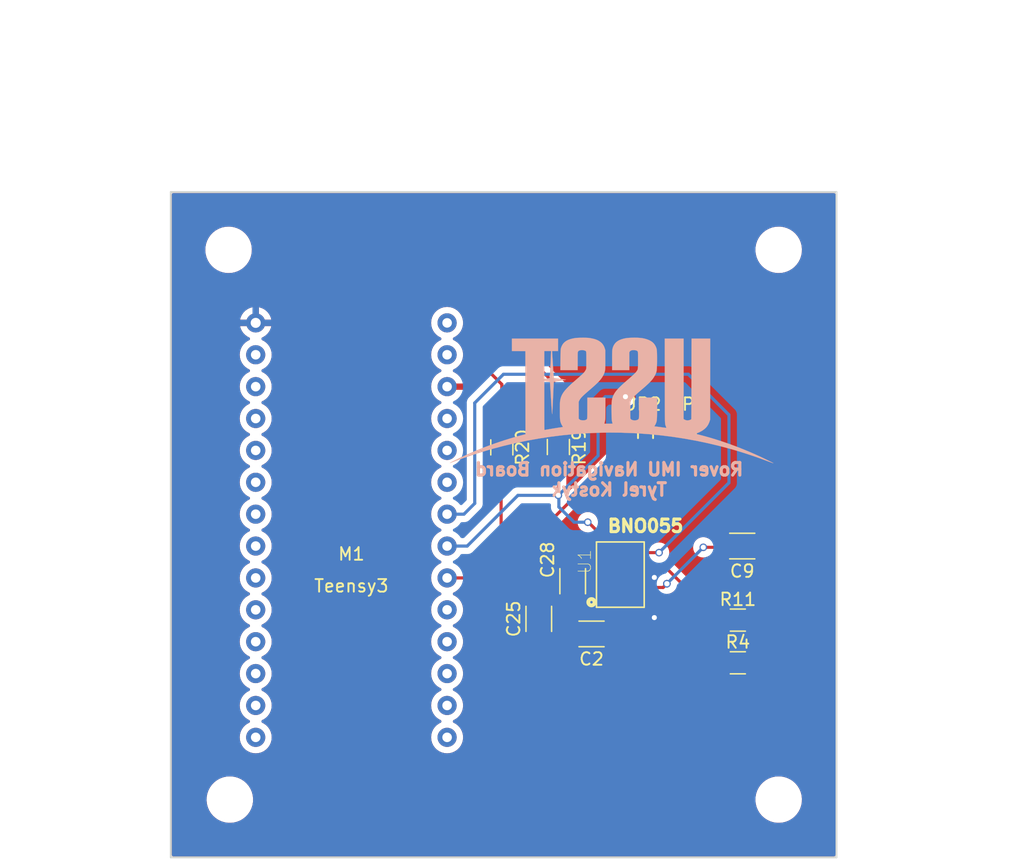
<source format=kicad_pcb>
(kicad_pcb (version 20221018) (generator pcbnew)
  (layers (0 "F.Cu" signal) (31 "B.Cu" signal) (34 "B.Paste" user) (35 "F.Paste" user) (36 "B.SilkS" user "B.Silkscreen") (37 "F.SilkS" user "F.Silkscreen") (38 "B.Mask" user) (39 "F.Mask" user) (44 "Edge.Cuts" user))
  (net 0 "")
  (net 1 "+3V3")
  (net 2 "GND")
  (net 3 "Net-(C9-Pad2)")
  (net 4 "/SCL")
  (net 5 "/SDA")
  (net 6 "/INT")
  (net 7 "Net-(R4-Pad1)")
  (net 8 "Net-(R11-Pad1)")
  (net 9 "Net-(JP1-Pad1)")
  (footprint "Capacitors_SMD:C_1206" (layer "F.Cu") (at 182.9 124.6)
    (fp_text reference "C2" (at 0 2) (layer "F.SilkS"))
    (fp_text value "100nF")
    (fp_line (start -1 1.02) (end 1 1.02) (stroke (width 0.12)) (layer "F.SilkS"))
    (fp_line (start 1 -1.02) (end -1 -1.02) (stroke (width 0.12)) (layer "F.SilkS"))
    (pad "1" smd rect (at -1.5 0) (size 1 1.6) (layers "F.Cu" "F.Paste" "F.Mask") (net 2 "GND"))
    (pad "2" smd rect (at 1.5 0) (size 1 1.6) (layers "F.Cu" "F.Paste" "F.Mask") (net 1 "+3V3"))
  )
  (footprint "Capacitors_SMD:C_1206" (layer "F.Cu") (at 194.9 117.6 180)
    (fp_text reference "C9" (at 0 -2 180) (layer "F.SilkS"))
    (fp_text value "100nF")
    (fp_line (start -1 1.02) (end 1 1.02) (stroke (width 0.12)) (layer "F.SilkS"))
    (fp_line (start 1 -1.02) (end -1 -1.02) (stroke (width 0.12)) (layer "F.SilkS"))
    (pad "1" smd rect (at -1.5 0 180) (size 1 1.6) (layers "F.Cu" "F.Paste" "F.Mask") (net 2 "GND"))
    (pad "2" smd rect (at 1.5 0 180) (size 1 1.6) (layers "F.Cu" "F.Paste" "F.Mask") (net 3 "Net-(C9-Pad2)"))
  )
  (footprint "Capacitors_SMD:C_1206" (layer "F.Cu") (at 178.7 123.4 -90)
    (fp_text reference "C25" (at 0 2 270) (layer "F.SilkS"))
    (fp_text value "6.8nF")
    (fp_line (start -1 1.02) (end 1 1.02) (stroke (width 0.12)) (layer "F.SilkS"))
    (fp_line (start 1 -1.02) (end -1 -1.02) (stroke (width 0.12)) (layer "F.SilkS"))
    (pad "1" smd rect (at -1.5 0 270) (size 1 1.6) (layers "F.Cu" "F.Paste" "F.Mask") (net 1 "+3V3"))
    (pad "2" smd rect (at 1.5 0 270) (size 1 1.6) (layers "F.Cu" "F.Paste" "F.Mask") (net 2 "GND"))
  )
  (footprint "Capacitors_SMD:C_1206" (layer "F.Cu") (at 181.4 120.4 90)
    (fp_text reference "C28" (at 1.7 -2 90) (layer "F.SilkS"))
    (fp_text value "120nF")
    (fp_line (start -1 1.02) (end 1 1.02) (stroke (width 0.12)) (layer "F.SilkS"))
    (fp_line (start 1 -1.02) (end -1 -1.02) (stroke (width 0.12)) (layer "F.SilkS"))
    (pad "1" smd rect (at -1.5 0 90) (size 1 1.6) (layers "F.Cu" "F.Paste" "F.Mask") (net 1 "+3V3"))
    (pad "2" smd rect (at 1.5 0 90) (size 1 1.6) (layers "F.Cu" "F.Paste" "F.Mask") (net 2 "GND"))
  )
  (footprint "Resistors_SMD:R_0805" (layer "F.Cu") (at 194.55 126.9)
    (fp_text reference "R4" (at 0 -1.65) (layer "F.SilkS"))
    (fp_text value "10k")
    (fp_line (start -0.6 -0.88) (end 0.6 -0.88) (stroke (width 0.12)) (layer "F.SilkS"))
    (fp_line (start 0.6 0.88) (end -0.6 0.88) (stroke (width 0.12)) (layer "F.SilkS"))
    (pad "1" smd rect (at -0.95 0) (size 0.7 1.3) (layers "F.Cu" "F.Paste" "F.Mask") (net 7 "Net-(R4-Pad1)"))
    (pad "2" smd rect (at 0.95 0) (size 0.7 1.3) (layers "F.Cu" "F.Paste" "F.Mask") (net 1 "+3V3"))
  )
  (footprint "Resistors_SMD:R_0805" (layer "F.Cu") (at 194.55 123.5)
    (fp_text reference "R11" (at 0 -1.65) (layer "F.SilkS"))
    (fp_text value "10k")
    (fp_line (start -0.6 -0.88) (end 0.6 -0.88) (stroke (width 0.12)) (layer "F.SilkS"))
    (fp_line (start 0.6 0.88) (end -0.6 0.88) (stroke (width 0.12)) (layer "F.SilkS"))
    (pad "1" smd rect (at -0.95 0) (size 0.7 1.3) (layers "F.Cu" "F.Paste" "F.Mask") (net 8 "Net-(R11-Pad1)"))
    (pad "2" smd rect (at 0.95 0) (size 0.7 1.3) (layers "F.Cu" "F.Paste" "F.Mask") (net 1 "+3V3"))
  )
  (footprint "Resistors_SMD:R_0805" (layer "F.Cu") (at 180.26079 109.709636 -90)
    (fp_text reference "R19" (at 0 -1.65 270) (layer "F.SilkS"))
    (fp_text value "3.3k")
    (fp_line (start -0.6 -0.88) (end 0.6 -0.88) (stroke (width 0.12)) (layer "F.SilkS"))
    (fp_line (start 0.6 0.88) (end -0.6 0.88) (stroke (width 0.12)) (layer "F.SilkS"))
    (pad "1" smd rect (at -0.95 0 270) (size 0.7 1.3) (layers "F.Cu" "F.Paste" "F.Mask") (net 1 "+3V3"))
    (pad "2" smd rect (at 0.95 0 270) (size 0.7 1.3) (layers "F.Cu" "F.Paste" "F.Mask") (net 4 "/SCL"))
  )
  (footprint "Resistors_SMD:R_0805" (layer "F.Cu") (at 175.7571 109.736752 -90)
    (fp_text reference "R20" (at 0 -1.65 270) (layer "F.SilkS"))
    (fp_text value "2.7k")
    (fp_line (start -0.6 -0.88) (end 0.6 -0.88) (stroke (width 0.12)) (layer "F.SilkS"))
    (fp_line (start 0.6 0.88) (end -0.6 0.88) (stroke (width 0.12)) (layer "F.SilkS"))
    (pad "1" smd rect (at -0.95 0 270) (size 0.7 1.3) (layers "F.Cu" "F.Paste" "F.Mask") (net 1 "+3V3"))
    (pad "2" smd rect (at 0.95 0 270) (size 0.7 1.3) (layers "F.Cu" "F.Paste" "F.Mask") (net 5 "/SDA"))
  )
  (footprint "BNO055:LGA28R50P4X10_380X520X100" (layer "F.Cu") (at 185.1935 119.874 90)
    (fp_text reference "U1" (at 1.04 -2.835 90) (layer "F.SilkS") (effects (font (thickness 0.05))))
    (fp_text value "BNO055" (at 3.874 2.0065 180) (layer "F.SilkS") (effects (font (thickness 0.25))))
    (fp_line (start -2.6 -1.9) (end -2.6 1.9) (stroke (width 0.127)) (layer "F.SilkS"))
    (fp_line (start -2.6 1.9) (end 2.6 1.9) (stroke (width 0.127)) (layer "F.SilkS"))
    (fp_line (start 2.6 -1.9) (end -2.6 -1.9) (stroke (width 0.127)) (layer "F.SilkS"))
    (fp_line (start 2.6 1.9) (end 2.6 -1.9) (stroke (width 0.127)) (layer "F.SilkS"))
    (fp_circle (center -2.2 -2.3) (end -2.1 -2.3) (stroke (width 0.3048)) (fill none) (layer "F.SilkS"))
    (pad "1" smd rect (at -2.25 -1.5625 270) (size 0.3 0.525) (layers "F.Cu" "F.Paste" "F.Mask"))
    (pad "2" smd rect (at -2.3125 -0.75) (size 0.3 0.425) (layers "F.Cu" "F.Paste" "F.Mask") (net 2 "GND"))
    (pad "3" smd rect (at -2.3125 -0.25) (size 0.3 0.425) (layers "F.Cu" "F.Paste" "F.Mask") (net 1 "+3V3"))
    (pad "4" smd rect (at -2.3125 0.25) (size 0.3 0.425) (layers "F.Cu" "F.Paste" "F.Mask") (net 7 "Net-(R4-Pad1)"))
    (pad "5" smd rect (at -2.3125 0.75) (size 0.3 0.425) (layers "F.Cu" "F.Paste" "F.Mask") (net 2 "GND"))
    (pad "6" smd rect (at -2.25 1.5625 270) (size 0.3 0.525) (layers "F.Cu" "F.Paste" "F.Mask") (net 2 "GND"))
    (pad "7" smd rect (at -1.75 1.5625 270) (size 0.3 0.525) (layers "F.Cu" "F.Paste" "F.Mask"))
    (pad "8" smd rect (at -1.25 1.5625 270) (size 0.3 0.525) (layers "F.Cu" "F.Paste" "F.Mask"))
    (pad "9" smd rect (at -0.75 1.5625 270) (size 0.3 0.525) (layers "F.Cu" "F.Paste" "F.Mask") (net 3 "Net-(C9-Pad2)"))
    (pad "10" smd rect (at -0.25 1.5625 270) (size 0.3 0.525) (layers "F.Cu" "F.Paste" "F.Mask") (net 2 "GND"))
    (pad "11" smd rect (at 0.25 1.5625 270) (size 0.3 0.525) (layers "F.Cu" "F.Paste" "F.Mask") (net 8 "Net-(R11-Pad1)"))
    (pad "12" smd rect (at 0.75 1.5625 270) (size 0.3 0.525) (layers "F.Cu" "F.Paste" "F.Mask"))
    (pad "13" smd rect (at 1.25 1.5625 270) (size 0.3 0.525) (layers "F.Cu" "F.Paste" "F.Mask"))
    (pad "14" smd rect (at 1.75 1.5625 270) (size 0.3 0.525) (layers "F.Cu" "F.Paste" "F.Mask") (net 6 "/INT"))
    (pad "15" smd rect (at 2.25 1.5625 270) (size 0.3 0.525) (layers "F.Cu" "F.Paste" "F.Mask") (net 2 "GND"))
    (pad "16" smd rect (at 2.3125 0.75) (size 0.3 0.425) (layers "F.Cu" "F.Paste" "F.Mask") (net 2 "GND"))
    (pad "17" smd rect (at 2.3125 0.25) (size 0.3 0.425) (layers "F.Cu" "F.Paste" "F.Mask") (net 9 "Net-(JP1-Pad1)"))
    (pad "18" smd rect (at 2.3125 -0.25) (size 0.3 0.425) (layers "F.Cu" "F.Paste" "F.Mask") (net 2 "GND"))
    (pad "19" smd rect (at 2.3125 -0.75) (size 0.3 0.425) (layers "F.Cu" "F.Paste" "F.Mask") (net 4 "/SCL"))
    (pad "20" smd rect (at 2.25 -1.5625 270) (size 0.3 0.525) (layers "F.Cu" "F.Paste" "F.Mask") (net 5 "/SDA"))
    (pad "21" smd rect (at 1.75 -1.5625 270) (size 0.3 0.525) (layers "F.Cu" "F.Paste" "F.Mask"))
    (pad "22" smd rect (at 1.25 -1.5625 270) (size 0.3 0.525) (layers "F.Cu" "F.Paste" "F.Mask"))
    (pad "23" smd rect (at 0.75 -1.5625 270) (size 0.3 0.525) (layers "F.Cu" "F.Paste" "F.Mask"))
    (pad "24" smd rect (at 0.25 -1.5625 270) (size 0.3 0.525) (layers "F.Cu" "F.Paste" "F.Mask"))
    (pad "25" smd rect (at -0.25 -1.5625 270) (size 0.3 0.525) (layers "F.Cu" "F.Paste" "F.Mask") (net 2 "GND"))
    (pad "26" smd rect (at -0.75 -1.5625 270) (size 0.3 0.525) (layers "F.Cu" "F.Paste" "F.Mask"))
    (pad "27" smd rect (at -1.25 -1.5625 270) (size 0.3 0.525) (layers "F.Cu" "F.Paste" "F.Mask"))
    (pad "28" smd rect (at -1.75 -1.5625 270) (size 0.3 0.525) (layers "F.Cu" "F.Paste" "F.Mask") (net 1 "+3V3"))
  )
  (footprint "Mounting_Holes:MountingHole_3.2mm_M3" (layer "F.Cu") (at 154.1 137.8)
    (fp_text reference "REF**" hide)
    (fp_text value "MountingHole_3.2mm_M3" hide)
    (pad "" np_thru_hole circle (at 0 0) (size 3.2 3.2) (drill 3.2) (layers "*.Cu" "*.Mask"))
  )
  (footprint "Mounting_Holes:MountingHole_3.2mm_M3" (layer "F.Cu") (at 197.8 94)
    (fp_text reference "REF**" hide)
    (fp_text value "MountingHole_3.2mm_M3" hide)
    (pad "" np_thru_hole circle (at 0 0) (size 3.2 3.2) (drill 3.2) (layers "*.Cu" "*.Mask"))
  )
  (footprint "Mounting_Holes:MountingHole_3.2mm_M3" (layer "F.Cu") (at 197.8 137.8)
    (fp_text reference "REF**" hide)
    (fp_text value "MountingHole_3.2mm_M3" hide)
    (pad "" np_thru_hole circle (at 0 0) (size 3.2 3.2) (drill 3.2) (layers "*.Cu" "*.Mask"))
  )
  (footprint "Mounting_Holes:MountingHole_3.2mm_M3" (layer "F.Cu") (at 154 94)
    (fp_text reference "REF**" hide)
    (fp_text value "MountingHole_3.2mm_M3" hide)
    (pad "" np_thru_hole circle (at 0 0) (size 3.2 3.2) (drill 3.2) (layers "*.Cu" "*.Mask"))
  )
  (footprint "USST-footprints:J_0603" (layer "F.Cu") (at 190.6 108.55 90)
    (fp_text reference "JP1" (at 2.25 0.1 180) (layer "F.SilkS"))
    (fp_text value "Jumper_NC_Small")
    (fp_line (start -0.35 -0.6) (end 0.35 -0.6) (stroke (width 0.15)) (layer "F.SilkS"))
    (fp_line (start 0.35 0.6) (end -0.35 0.6) (stroke (width 0.15)) (layer "F.SilkS"))
    (pad "1" smd rect (at -0.75 0 90) (size 0.8 0.75) (layers "F.Cu" "F.Paste" "F.Mask") (net 9 "Net-(JP1-Pad1)"))
    (pad "1" smd trapezoid (at -0.508 -0.18796 90) (size 0.7 0.376) (rect_delta 0 0.3) (layers "F.Cu" "F.Paste" "F.Mask") (net 9 "Net-(JP1-Pad1)"))
    (pad "1" smd trapezoid (at -0.508 0.18796 270) (size 0.7 0.376) (rect_delta 0 0.3) (layers "F.Cu" "F.Paste" "F.Mask") (net 9 "Net-(JP1-Pad1)"))
    (pad "2" smd trapezoid (at 0.5588 0 270) (size 0.6 0.75) (rect_delta 0 0.55) (layers "F.Cu" "F.Paste" "F.Mask") (net 4 "/SCL"))
    (pad "2" smd trapezoid (at 0.5588 0 90) (size 0.6 0.75) (rect_delta 0 0.55) (layers "F.Cu" "F.Paste" "F.Mask") (net 4 "/SCL"))
    (pad "2" smd rect (at 0.75 0 90) (size 0.8 0.75) (layers "F.Cu" "F.Paste" "F.Mask") (net 4 "/SCL"))
  )
  (footprint "USST-footprints:J_0603" (layer "F.Cu") (at 187.2 108.65 90)
    (fp_text reference "JP2" (at 2.35 -0.1 180) (layer "F.SilkS"))
    (fp_text value "Jumper_NO_Small")
    (fp_line (start -0.35 -0.6) (end 0.35 -0.6) (stroke (width 0.15)) (layer "F.SilkS"))
    (fp_line (start 0.35 0.6) (end -0.35 0.6) (stroke (width 0.15)) (layer "F.SilkS"))
    (pad "1" smd rect (at -0.75 0 90) (size 0.8 0.75) (layers "F.Cu" "F.Paste" "F.Mask") (net 9 "Net-(JP1-Pad1)"))
    (pad "1" smd trapezoid (at -0.508 -0.18796 90) (size 0.7 0.376) (rect_delta 0 0.3) (layers "F.Cu" "F.Paste" "F.Mask") (net 9 "Net-(JP1-Pad1)"))
    (pad "1" smd trapezoid (at -0.508 0.18796 270) (size 0.7 0.376) (rect_delta 0 0.3) (layers "F.Cu" "F.Paste" "F.Mask") (net 9 "Net-(JP1-Pad1)"))
    (pad "2" smd trapezoid (at 0.5588 0 270) (size 0.6 0.75) (rect_delta 0 0.55) (layers "F.Cu" "F.Paste" "F.Mask") (net 5 "/SDA"))
    (pad "2" smd trapezoid (at 0.5588 0 90) (size 0.6 0.75) (rect_delta 0 0.55) (layers "F.Cu" "F.Paste" "F.Mask") (net 5 "/SDA"))
    (pad "2" smd rect (at 0.75 0 90) (size 0.8 0.75) (layers "F.Cu" "F.Paste" "F.Mask") (net 5 "/SDA"))
  )
  (footprint "USST-footprints:Teensy_3.2_NoTail" (layer "F.Cu") (at 168.86 124.585 180)
    (fp_text reference "M1" (at 5.08 6.35 180) (layer "F.SilkS"))
    (fp_text value "Teensy3" (at 5.08 3.81 180) (layer "F.SilkS"))
    (pad "0" thru_hole oval (at 12.7 22.225 180) (size 1.524 1.524) (drill 0.762) (layers "*.Cu" "*.Mask"))
    (pad "1" thru_hole oval (at 12.7 19.685 180) (size 1.524 1.524) (drill 0.762) (layers "*.Cu" "*.Mask"))
    (pad "2" thru_hole oval (at 12.7 17.145 180) (size 1.524 1.524) (drill 0.762) (layers "*.Cu" "*.Mask"))
    (pad "3" thru_hole oval (at 12.7 14.605 180) (size 1.524 1.524) (drill 0.762) (layers "*.Cu" "*.Mask"))
    (pad "3v3" thru_hole oval (at -2.54 19.685 180) (size 1.524 1.524) (drill 0.762) (layers "*.Cu" "*.Mask") (net 1 "+3V3"))
    (pad "4" thru_hole oval (at 12.7 12.065 180) (size 1.524 1.524) (drill 0.762) (layers "*.Cu" "*.Mask"))
    (pad "5" thru_hole oval (at 12.7 9.525 180) (size 1.524 1.524) (drill 0.762) (layers "*.Cu" "*.Mask"))
    (pad "6" thru_hole oval (at 12.7 6.985 180) (size 1.524 1.524) (drill 0.762) (layers "*.Cu" "*.Mask"))
    (pad "7" thru_hole oval (at 12.7 4.445 180) (size 1.524 1.524) (drill 0.762) (layers "*.Cu" "*.Mask"))
    (pad "8" thru_hole oval (at 12.7 1.905 180) (size 1.524 1.524) (drill 0.762) (layers "*.Cu" "*.Mask"))
    (pad "9" thru_hole oval (at 12.7 -0.635 180) (size 1.524 1.524) (drill 0.762) (layers "*.Cu" "*.Mask"))
    (pad "10" thru_hole oval (at 12.7 -3.175 180) (size 1.524 1.524) (drill 0.762) (layers "*.Cu" "*.Mask"))
    (pad "11" thru_hole oval (at 12.7 -5.715 180) (size 1.524 1.524) (drill 0.762) (layers "*.Cu" "*.Mask"))
    (pad "12" thru_hole oval (at 12.7 -8.255 180) (size 1.524 1.524) (drill 0.762) (layers "*.Cu" "*.Mask"))
    (pad "13" thru_hole oval (at -2.54 -8.255 180) (size 1.524 1.524) (drill 0.762) (layers "*.Cu" "*.Mask"))
    (pad "14" thru_hole oval (at -2.54 -5.715 180) (size 1.524 1.524) (drill 0.762) (layers "*.Cu" "*.Mask"))
    (pad "15" thru_hole oval (at -2.54 -3.175 180) (size 1.524 1.524) (drill 0.762) (layers "*.Cu" "*.Mask"))
    (pad "16" thru_hole oval (at -2.54 -0.635 180) (size 1.524 1.524) (drill 0.762) (layers "*.Cu" "*.Mask"))
    (pad "17" thru_hole oval (at -2.54 1.905 180) (size 1.524 1.524) (drill 0.762) (layers "*.Cu" "*.Mask"))
    (pad "18" thru_hole oval (at -2.54 4.445 180) (size 1.524 1.524) (drill 0.762) (layers "*.Cu" "*.Mask") (net 5 "/SDA"))
    (pad "19" thru_hole oval (at -2.54 6.985 180) (size 1.524 1.524) (drill 0.762) (layers "*.Cu" "*.Mask") (net 4 "/SCL"))
    (pad "20" thru_hole oval (at -2.54 9.525 180) (size 1.524 1.524) (drill 0.762) (layers "*.Cu" "*.Mask") (net 6 "/INT"))
    (pad "21" thru_hole oval (at -2.54 12.065 180) (size 1.524 1.524) (drill 0.762) (layers "*.Cu" "*.Mask"))
    (pad "22" thru_hole oval (at -2.54 14.605 180) (size 1.524 1.524) (drill 0.762) (layers "*.Cu" "*.Mask"))
    (pad "23" thru_hole oval (at -2.54 17.145 180) (size 1.524 1.524) (drill 0.762) (layers "*.Cu" "*.Mask"))
    (pad "AGND" thru_hole oval (at -2.54 22.225 180) (size 1.524 1.524) (drill 0.762) (layers "*.Cu" "*.Mask"))
    (pad "GND" thru_hole oval (at 12.7 24.765 180) (size 1.524 1.524) (drill 0.8) (layers "*.Cu" "*.Mask") (net 2 "GND"))
    (pad "VIN" thru_hole oval (at -2.54 24.765 180) (size 1.524 1.524) (drill 0.762) (layers "*.Cu" "*.Mask"))
  )
  (footprint "USST-footprints:USSTLOGO" (layer "B.Cu") (at 184.5 106 180)
    (fp_text reference "G***" hide)
    (fp_text value "LOGO" hide)
    (fp_poly (pts (xy -1.680139 5.000082) (xy -1.530762 4.995802) (xy -1.401803 4.989459) (xy -1.288325 4.980504) (xy -1.185391 4.96839) (xy -1.088066 4.95257) (xy -0.991412 4.932497) (xy -0.923927 4.916233) (xy -0.745662 4.8619) (xy -0.588671 4.794124) (xy -0.452417 4.712482) (xy -0.336366 4.616548) (xy -0.239981 4.505899) (xy -0.162726 4.38011) (xy -0.118139 4.278581) (xy -0.102607 4.236102) (xy -0.089222 4.195901) (xy -0.077824 4.155776) (xy -0.068256 4.113524) (xy -0.060357 4.066946) (xy -0.053969 4.013839) (xy -0.048933 3.952003) (xy -0.045089 3.879235) (xy -0.042278 3.793335) (xy -0.040342 3.6921) (xy -0.039121 3.573331) (xy -0.038456 3.434824) (xy -0.038188 3.274379) (xy -0.038152 3.171825) (xy -0.0381 2.413) (xy -1.4097 2.413) (xy -1.4097 3.12151) (xy -1.409701 3.830019) (xy -1.438275 3.886685) (xy -1.478064 3.937873) (xy -1.538261 3.975871) (xy -1.617309 4.000241) (xy -1.713651 4.010549) (xy -1.825729 4.006356) (xy -1.854178 4.00322) (xy -1.933606 3.990026) (xy -1.992651 3.971368) (xy -2.036135 3.944932) (xy -2.068879 3.908406) (xy -2.07645 3.896603) (xy -2.082163 3.886298) (xy -2.086948 3.874503) (xy -2.090889 3.859014) (xy -2.094067 3.837628) (xy -2.096564 3.808143) (xy -2.098461 3.768356) (xy -2.099842 3.716064) (xy -2.100787 3.649064) (xy -2.101378 3.565154) (xy -2.101698 3.46213) (xy -2.101828 3.337789) (xy -2.10185 3.2131) (xy -2.101814 3.060709) (xy -2.101544 2.931381) (xy -2.100801 2.822783) (xy -2.099346 2.732577) (xy -2.096941 2.658429) (xy -2.093345 2.598003) (xy -2.088319 2.548963) (xy -2.081624 2.508973) (xy -2.07302 2.475698) (xy -2.06227 2.446803) (xy -2.049132 2.419951) (xy -2.033368 2.392807) (xy -2.014761 2.363071) (xy -1.992261 2.328751) (xy -1.968076 2.294919) (xy -1.940733 2.260155) (xy -1.908758 2.223041) (xy -1.870679 2.182155) (xy -1.825021 2.136078) (xy -1.770313 2.083391) (xy -1.70508 2.022672) (xy -1.627849 1.952504) (xy -1.537147 1.871466) (xy -1.431502 1.778137) (xy -1.309439 1.671099) (xy -1.17475 1.553521) (xy -1.003105 1.402148) (xy -0.8508 1.263913) (xy -0.716436 1.137289) (xy -0.598615 1.02075) (xy -0.495939 0.912768) (xy -0.407009 0.811816) (xy -0.330427 0.716367) (xy -0.264794 0.624893) (xy -0.208711 0.535869) (xy -0.160781 0.447767) (xy -0.159144 0.4445) (xy -0.124573 0.371576) (xy -0.094663 0.299295) (xy -0.069134 0.225341) (xy -0.047704 0.1474) (xy -0.030093 0.063158) (xy -0.016022 -0.029702) (xy -0.005209 -0.133493) (xy 0.002626 -0.250531) (xy 0.007763 -0.38313) (xy 0.010484 -0.533606) (xy 0.011067 -0.704273) (xy 0.009795 -0.897445) (xy 0.009268 -0.945462) (xy 0.007253 -1.095539) (xy 0.004849 -1.223028) (xy 0.001831 -1.330744) (xy -0.002024 -1.4215) (xy -0.006942 -1.498108) (xy -0.013147 -1.563381) (xy -0.020862 -1.620132) (xy -0.030313 -1.671175) (xy -0.041722 -1.719322) (xy -0.055316 -1.767385) (xy -0.056607 -1.77165) (xy -0.067595 -1.809378) (xy -0.074657 -1.836724) (xy -0.076063 -1.844675) (xy -0.063956 -1.847227) (xy -0.029778 -1.84952) (xy 0.023143 -1.85146) (xy 0.091478 -1.85295) (xy 0.1719 -1.853895) (xy 0.254855 -1.8542) (xy 0.355112 -1.854104) (xy 0.432752 -1.85369) (xy 0.490556 -1.852767) (xy 0.531309 -1.851144) (xy 0.557791 -1.84863) (xy 0.572786 -1.845034) (xy 0.579077 -1.840166) (xy 0.579444 -1.833834) (xy 0.578929 -1.831975) (xy 0.555048 -1.745744) (xy 0.533101 -1.648118) (xy 0.515797 -1.55205) (xy 0.507855 -1.49225) (xy 0.505703 -1.459237) (xy 0.503666 -1.403387) (xy 0.501778 -1.327262) (xy 0.500075 -1.233426) (xy 0.49859 -1.124441) (xy 0.497358 -1.002869) (xy 0.496414 -0.871274) (xy 0.495791 -0.732217) (xy 0.495525 -0.588263) (xy 0.49552 -0.574675) (xy 0.4953 0.2286) (xy 1.929867 0.2286) (xy 1.933308 -0.606425) (xy 1.933925 -0.77719) (xy 1.93443 -0.924411) (xy 1.935066 -1.04994) (xy 1.93608 -1.15563) (xy 1.937715 -1.243335) (xy 1.940216 -1.314907) (xy 1.943827 -1.372199) (xy 1.948795 -1.417065) (xy 1.955362 -1.451356) (xy 1.963774 -1.476926) (xy 1.974276 -1.495629) (xy 1.987112 -1.509316) (xy 2.002527 -1.519841) (xy 2.020766 -1.529056) (xy 2.042072 -1.538816) (xy 2.0574 -1.546187) (xy 2.090169 -1.561547) (xy 2.119606 -1.571624) (xy 2.152487 -1.577515) (xy 2.195589 -1.580317) (xy 2.255688 -1.581129) (xy 2.2733 -1.58115) (xy 2.364316 -1.578517) (xy 2.43542 -1.569634) (xy 2.491645 -1.553021) (xy 2.538028 -1.527201) (xy 2.578935 -1.491381) (xy 2.62255 -1.446377) (xy 2.62255 -0.10795) (xy 2.577034 -0.0127) (xy 2.551322 0.037263) (xy 2.521552 0.086982) (xy 2.486263 0.137955) (xy 2.443991 0.191676) (xy 2.393273 0.249643) (xy 2.332646 0.313352) (xy 2.260647 0.384298) (xy 2.175813 0.463978) (xy 2.076681 0.553888) (xy 1.961788 0.655524) (xy 1.829672 0.770382) (xy 1.714221 0.869686) (xy 1.539288 1.021341) (xy 1.384153 1.159558) (xy 1.247745 1.28538) (xy 1.128993 1.399848) (xy 1.026828 1.504007) (xy 0.940179 1.598898) (xy 0.867975 1.685564) (xy 0.8424 1.718826) (xy 0.766521 1.828231) (xy 0.695619 1.945865) (xy 0.633673 2.064415) (xy 0.584659 2.176566) (xy 0.567359 2.22457) (xy 0.554181 2.265641) (xy 0.542886 2.304862) (xy 0.533331 2.344502) (xy 0.525372 2.386832) (xy 0.518868 2.434122) (xy 0.513676 2.488644) (xy 0.509653 2.552666) (xy 0.506656 2.628461) (xy 0.504544 2.718297) (xy 0.503173 2.824446) (xy 0.502401 2.949177) (xy 0.502086 3.094762) (xy 0.502084 3.263471) (xy 0.502084 3.2639) (xy 0.502518 3.99415) (xy 0.536193 4.117643) (xy 0.59045 4.273402) (xy 0.664036 4.412911) (xy 0.757385 4.536701) (xy 0.870929 4.645299) (xy 1.005104 4.739236) (xy 1.0795 4.780581) (xy 1.172713 4.824758) (xy 1.270262 4.862935) (xy 1.376312 4.896271) (xy 1.495026 4.925925) (xy 1.630567 4.953056) (xy 1.787099 4.978823) (xy 1.79705 4.980321) (xy 1.858858 4.987024) (xy 1.941543 4.992198) (xy 2.04063 4.995872) (xy 2.151643 4.998069) (xy 2.270105 4.998817) (xy 2.391542 4.998142) (xy 2.511478 4.996069) (xy 2.625438 4.992625) (xy 2.728946 4.987836) (xy 2.817525 4.981727) (xy 2.886702 4.974325) (xy 2.88925 4.973967) (xy 3.097636 4.93713) (xy 3.283829 4.88884) (xy 3.448514 4.828679) (xy 3.592377 4.756228) (xy 3.716104 4.671065) (xy 3.82038 4.572773) (xy 3.90589 4.460931) (xy 3.973321 4.33512) (xy 3.987149 4.302151) (xy 4.002815 4.262527) (xy 4.016325 4.22653) (xy 4.027852 4.191997) (xy 4.037568 4.156764) (xy 4.045643 4.118665) (xy 4.05225 4.075537) (xy 4.05756 4.025215) (xy 4.061745 3.965535) (xy 4.064977 3.894333) (xy 4.067427 3.809445) (xy 4.069267 3.708707) (xy 4.070669 3.589953) (xy 4.071805 3.45102) (xy 4.072845 3.289744) (xy 4.073286 3.216276) (xy 4.078087 2.413001) (xy 3.391593 2.413001) (xy 2.7051 2.413) (xy 2.7051 3.120191) (xy 2.705075 3.272214) (xy 2.704951 3.400957) (xy 2.704657 3.508542) (xy 2.704117 3.597087) (xy 2.703259 3.668715) (xy 2.702009 3.725545) (xy 2.700295 3.769698) (xy 2.698043 3.803294) (xy 2.69518 3.828454) (xy 2.691633 3.847299) (xy 2.687328 3.861948) (xy 2.682193 3.874522) (xy 2.678798 3.881712) (xy 2.648698 3.928094) (xy 2.607303 3.961757) (xy 2.550137 3.985259) (xy 2.472723 4.00116) (xy 2.46887 4.001713) (xy 2.351425 4.010701) (xy 2.244602 4.003606) (xy 2.15261 3.980812) (xy 2.127639 3.970563) (xy 2.103199 3.959633) (xy 2.082494 3.949645) (xy 2.065217 3.938521) (xy 2.051058 3.924186) (xy 2.039707 3.904563) (xy 2.030857 3.877577) (xy 2.024197 3.841151) (xy 2.019418 3.79321) (xy 2.016211 3.731676) (xy 2.014267 3.654475) (xy 2.013277 3.559529) (xy 2.012932 3.444763) (xy 2.012922 3.308101) (xy 2.01295 3.2004) (xy 2.012967 3.054825) (xy 2.01308 2.932382) (xy 2.013378 2.830801) (xy 2.013953 2.747815) (xy 2.014894 2.681155) (xy 2.016293 2.628552) (xy 2.018239 2.587737) (xy 2.020823 2.556443) (xy 2.024135 2.532401) (xy 2.028267 2.513342) (xy 2.033308 2.496997) (xy 2.039348 2.481099) (xy 2.041883 2.474807) (xy 2.064006 2.4285) (xy 2.095261 2.37334) (xy 2.129239 2.320564) (xy 2.132394 2.316057) (xy 2.152658 2.287761) (xy 2.17275 2.260956) (xy 2.194046 2.234355) (xy 2.217926 2.206668) (xy 2.245769 2.176605) (xy 2.278953 2.142877) (xy 2.318857 2.104195) (xy 2.36686 2.05927) (xy 2.42434 2.006812) (xy 2.492677 1.945533) (xy 2.573248 1.874142) (xy 2.667432 1.79135) (xy 2.776609 1.695869) (xy 2.902156 1.586409) (xy 3.045453 1.461681) (xy 3.053644 1.454555) (xy 3.128331 1.3882) (xy 3.213803 1.310008) (xy 3.30319 1.226405) (xy 3.389625 1.143816) (xy 3.466238 1.068667) (xy 3.467702 1.067205) (xy 3.608431 0.920939) (xy 3.728201 0.783498) (xy 3.82864 0.652092) (xy 3.911376 0.52393) (xy 3.97804 0.396221) (xy 4.030259 0.266174) (xy 4.069663 0.130999) (xy 4.09788 -0.012096) (xy 4.097974 -0.0127) (xy 4.1033 -0.049645) (xy 4.107748 -0.088106) (xy 4.111397 -0.130679) (xy 4.114322 -0.17996) (xy 4.1166 -0.238544) (xy 4.118308 -0.309028) (xy 4.119521 -0.394005) (xy 4.120316 -0.496073) (xy 4.12077 -0.617827) (xy 4.120958 -0.761863) (xy 4.120971 -0.79375) (xy 4.120825 -0.9579) (xy 4.120179 -1.099079) (xy 4.118869 -1.219711) (xy 4.116732 -1.322223) (xy 4.113605 -1.409041) (xy 4.109325 -1.482589) (xy 4.103728 -1.545295) (xy 4.096651 -1.599583) (xy 4.087931 -1.64788) (xy 4.077404 -1.692611) (xy 4.064908 -1.736202) (xy 4.055578 -1.7653) (xy 4.005704 -1.887959) (xy 3.936016 -2.012596) (xy 3.908183 -2.055117) (xy 3.888122 -2.0865) (xy 3.876605 -2.107988) (xy 3.87545 -2.113537) (xy 3.888735 -2.116239) (xy 3.923613 -2.121889) (xy 3.976519 -2.12995) (xy 4.043889 -2.139885) (xy 4.122155 -2.151156) (xy 4.17195 -2.158209) (xy 4.260159 -2.171103) (xy 4.367244 -2.187525) (xy 4.487084 -2.206492) (xy 4.613558 -2.227017) (xy 4.740545 -2.248117) (xy 4.861925 -2.268806) (xy 4.894204 -2.274414) (xy 4.996049 -2.292105) (xy 5.0903 -2.308312) (xy 5.173944 -2.322529) (xy 5.24397 -2.334251) (xy 5.297364 -2.342973) (xy 5.331115 -2.348189) (xy 5.341879 -2.3495) (xy 5.344261 -2.346482) (xy 5.346425 -2.336689) (xy 5.348379 -2.319015) (xy 5.350135 -2.29235) (xy 5.351701 -2.255588) (xy 5.353088 -2.20762) (xy 5.354306 -2.147339) (xy 5.355365 -2.073637) (xy 5.356275 -1.985407) (xy 5.357045 -1.88154) (xy 5.357686 -1.760929) (xy 5.358209 -1.622466) (xy 5.358622 -1.465043) (xy 5.358935 -1.287553) (xy 5.35916 -1.088888) (xy 5.359305 -0.867939) (xy 5.359382 -0.623601) (xy 5.3594 -0.406717) (xy 5.359399 1.536065) (xy 5.324475 1.530445) (xy 5.299623 1.52702) (xy 5.255079 1.521429) (xy 5.196392 1.514349) (xy 5.12911 1.506456) (xy 5.102429 1.503383) (xy 4.915308 1.481941) (xy 4.909019 1.442646) (xy 4.907203 1.423512) (xy 4.904033 1.381215) (xy 4.89965 1.317946) (xy 4.894195 1.235897) (xy 4.887809 1.137261) (xy 4.880633 1.024231) (xy 4.872809 0.898997) (xy 4.864477 0.763752) (xy 4.85578 0.620689) (xy 4.851289 0.5461) (xy 4.835713 0.288127) (xy 4.821423 0.054844) (xy 4.808372 -0.154423) (xy 4.796512 -0.34035) (xy 4.785796 -0.50361) (xy 4.776176 -0.64488) (xy 4.767604 -0.764833) (xy 4.760033 -0.864144) (xy 4.753416 -0.943489) (xy 4.747706 -1.003541) (xy 4.742854 -1.044975) (xy 4.738813 -1.068467) (xy 4.737345 -1.07315) (xy 4.73042 -1.083514) (xy 4.726646 -1.073182) (xy 4.725136 -1.0414) (xy 4.724043 -1.009102) (xy 4.721669 -0.957288) (xy 4.718306 -0.891791) (xy 4.71425 -0.818446) (xy 4.711701 -0.7747) (xy 4.708495 -0.71727) (xy 4.704224 -0.635005) (xy 4.698912 -0.528448) (xy 4.692586 -0.39814) (xy 4.68527 -0.244623) (xy 4.67699 -0.068439) (xy 4.667771 0.129871) (xy 4.657638 0.349763) (xy 4.646618 0.590698) (xy 4.634735 0.852131) (xy 4.622015 1.133523) (xy 4.614683 1.296333) (xy 4.606358 1.481416) (xy 4.122454 1.561894) (xy 4.014623 1.579993) (xy 3.91466 1.597089) (xy 3.825339 1.612685) (xy 3.749432 1.626282) (xy 3.68971 1.637382) (xy 3.648948 1.645488) (xy 3.629917 1.6501) (xy 3.628955 1.650566) (xy 3.638098 1.654511) (xy 3.669883 1.660909) (xy 3.721709 1.669405) (xy 3.790975 1.679647) (xy 3.875077 1.69128) (xy 3.971415 1.703951) (xy 4.077386 1.717307) (xy 4.190388 1.730995) (xy 4.307821 1.74466) (xy 4.386395 1.753484) (xy 4.457313 1.761607) (xy 4.518998 1.769199) (xy 4.567202 1.775695) (xy 4.59768 1.780529) (xy 4.606404 1.782772) (xy 4.608232 1.79617) (xy 4.611348 1.832478) (xy 4.615589 1.889244) (xy 4.620787 1.964019) (xy 4.626779 2.054353) (xy 4.633397 2.157796) (xy 4.640477 2.271899) (xy 4.647853 2.394212) (xy 4.648892 2.411717) (xy 4.657341 2.553741) (xy 4.666313 2.703426) (xy 4.675499 2.855721) (xy 4.684593 3.005572) (xy 4.693287 3.147926) (xy 4.701275 3.277732) (xy 4.70825 3.389937) (xy 4.711458 3.440975) (xy 4.717758 3.542085) (xy 4.723497 3.636847) (xy 4.728477 3.721803) (xy 4.732503 3.793495) (xy 4.735377 3.848464) (xy 4.736903 3.883253) (xy 4.7371 3.891926) (xy 4.7371 3.937) (xy 4.822069 3.937) (xy 4.830366 3.711575) (xy 4.834288 3.608499) (xy 4.838996 3.490635) (xy 4.844358 3.360853) (xy 4.850244 3.22202) (xy 4.856523 3.077004) (xy 4.863063 2.928675) (xy 4.869735 2.779899) (xy 4.876407 2.633546) (xy 4.88295 2.492484) (xy 4.889231 2.35958) (xy 4.89512 2.237704) (xy 4.900487 2.129722) (xy 4.9052 2.038504) (xy 4.909129 1.966918) (xy 4.912144 1.917832) (xy 4.912153 1.9177) (xy 4.92125 1.78435) (xy 5.11175 1.750755) (xy 5.180426 1.738881) (xy 5.242051 1.728666) (xy 5.291437 1.720937) (xy 5.323399 1.716521) (xy 5.330825 1.71583) (xy 5.3594 1.7145) (xy 5.3594 3.937) (xy 4.822069 3.937) (xy 4.7371 3.937) (xy 4.2672 3.937) (xy 4.2672 4.9276) (xy 7.9375 4.9276) (xy 7.9375 3.937276) (xy 6.86435 3.93065) (xy 6.857952 -2.691408) (xy 6.905601 -2.703879) (xy 6.940431 -2.712859) (xy 6.990526 -2.725608) (xy 7.046507 -2.739743) (xy 7.0612 -2.743433) (xy 7.401891 -2.832528) (xy 7.760247 -2.933077) (xy 8.132022 -3.043683) (xy 8.51297 -3.162948) (xy 8.898847 -3.289478) (xy 9.285406 -3.421874) (xy 9.668403 -3.558741) (xy 10.043593 -3.698681) (xy 10.40673 -3.840297) (xy 10.460211 -3.861724) (xy 10.670554 -3.947577) (xy 10.889766 -4.039433) (xy 11.114547 -4.13579) (xy 11.341595 -4.235148) (xy 11.567612 -4.336007) (xy 11.789296 -4.436868) (xy 12.003346 -4.536229) (xy 12.206463 -4.632591) (xy 12.395346 -4.724453) (xy 12.566694 -4.810316) (xy 12.703294 -4.881279) (xy 12.769659 -4.917237) (xy 12.821403 -4.946788) (xy 12.857021 -4.968905) (xy 12.875012 -4.982561) (xy 12.873873 -4.986729) (xy 12.852101 -4.980382) (xy 12.8436 -4.977165) (xy 12.509475 -4.849747) (xy 12.157445 -4.720115) (xy 11.792345 -4.589884) (xy 11.41901 -4.460669) (xy 11.042276 -4.334085) (xy 10.666976 -4.211746) (xy 10.297946 -4.095268) (xy 9.940021 -3.986264) (xy 9.598035 -3.886351) (xy 9.465951 -3.849059) (xy 8.55639 -3.608197) (xy 7.641365 -3.392089) (xy 6.721292 -3.20078) (xy 5.796583 -3.034314) (xy 4.867652 -2.892734) (xy 3.934913 -2.776084) (xy 2.99878 -2.684408) (xy 2.059666 -2.617749) (xy 1.117984 -2.576153) (xy 0.174149 -2.559661) (xy -0.771426 -2.568319) (xy -1.718328 -2.602171) (xy -2.10185 -2.623043) (xy -3.032834 -2.691226) (xy -3.961916 -2.784228) (xy -4.888026 -2.901865) (xy -5.810095 -3.043956) (xy -6.727055 -3.210316) (xy -7.637835 -3.400763) (xy -8.541368 -3.615114) (xy -9.436583 -3.853184) (xy -9.667965 -3.91898) (xy -9.970154 -4.007962) (xy -10.285233 -4.104288) (xy -10.607892 -4.206203) (xy -10.932822 -4.311952) (xy -11.254714 -4.419777) (xy -11.568259 -4.527924) (xy -11.868146 -4.634636) (xy -12.149068 -4.738157) (xy -12.1793 -4.749545) (xy -12.315434 -4.800682) (xy -12.440868 -4.84728) (xy -12.553898 -4.888735) (xy -12.652817 -4.92444) (xy -12.735921 -4.953791) (xy -12.801505 -4.976183) (xy -12.847864 -4.991011) (xy -12.873293 -4.99767) (xy -12.8778 -4.997426) (xy -12.866657 -4.988384) (xy -12.834676 -4.96966) (xy -12.784034 -4.942319) (xy -12.716908 -4.907428) (xy -12.635473 -4.866054) (xy -12.541905 -4.819265) (xy -12.438381 -4.768126) (xy -12.327076 -4.713704) (xy -12.210167 -4.657066) (xy -12.08983 -4.59928) (xy -11.968241 -4.54141) (xy -11.847576 -4.484526) (xy -11.73001 -4.429692) (xy -11.617721 -4.377976) (xy -11.56748 -4.355092) (xy -11.036945 -4.121179) (xy -10.496583 -3.896109) (xy -9.950016 -3.681162) (xy -9.400866 -3.477619) (xy -8.852753 -3.28676) (xy -8.3093 -3.109866) (xy -7.774128 -2.948217) (xy -7.250858 -2.803092) (xy -6.981825 -2.733873) (xy -6.900345 -2.713157) (xy -6.827763 -2.69405) (xy -6.767493 -2.677505) (xy -6.722948 -2.664474) (xy -6.697543 -2.655911) (xy -6.6929 -2.653257) (xy -6.70401 -2.645503) (xy -6.733577 -2.632196) (xy -6.775954 -2.6158) (xy -6.791325 -2.610294) (xy -6.888929 -2.572224) (xy -6.994879 -2.524557) (xy -7.099904 -2.471836) (xy -7.194731 -2.418608) (xy -7.239 -2.39088) (xy -7.386835 -2.282701) (xy -7.512003 -2.166601) (xy -7.616762 -2.039555) (xy -7.70337 -1.89854) (xy -7.774083 -1.740532) (xy -7.815019 -1.61925) (xy -7.841666 -1.53035) (xy -7.845302 1.698626) (xy -7.848938 4.927601) (xy -7.105819 4.927601) (xy -6.3627 4.9276) (xy -6.360715 4.181475) (xy -6.360501 4.090083) (xy -6.360281 3.975065) (xy -6.360055 3.838192) (xy -6.359827 3.68124) (xy -6.359597 3.505981) (xy -6.359368 3.314188) (xy -6.359141 3.107636) (xy -6.358918 2.888096) (xy -6.358701 2.657343) (xy -6.358491 2.41715) (xy -6.358291 2.16929) (xy -6.358102 1.915536) (xy -6.357925 1.657662) (xy -6.357763 1.397441) (xy -6.357617 1.136646) (xy -6.35754 0.98425) (xy -6.357367 0.736386) (xy -6.357095 0.495197) (xy -6.356729 0.261923) (xy -6.356276 0.037801) (xy -6.355742 -0.175931) (xy -6.355131 -0.378036) (xy -6.35445 -0.567276) (xy -6.353705 -0.742412) (xy -6.352901 -0.902207) (xy -6.352045 -1.045423) (xy -6.351142 -1.170822) (xy -6.350197 -1.277167) (xy -6.349217 -1.363219) (xy -6.348207 -1.427742) (xy -6.347174 -1.469496) (xy -6.346122 -1.487244) (xy -6.345988 -1.487716) (xy -6.329632 -1.503354) (xy -6.296949 -1.523926) (xy -6.257088 -1.543995) (xy -6.16259 -1.574935) (xy -6.062372 -1.587197) (xy -5.962431 -1.581199) (xy -5.868766 -1.557359) (xy -5.787375 -1.516096) (xy -5.779706 -1.510713) (xy -5.725381 -1.47136) (xy -5.727822 0.366045) (xy -5.728122 0.610761) (xy -5.728391 0.868037) (xy -5.728627 1.134649) (xy -5.72883 1.407373) (xy -5.728997 1.682984) (xy -5.729129 1.958257) (xy -5.729223 2.229969) (xy -5.729279 2.494895) (xy -5.729296 2.749809) (xy -5.729272 2.991488) (xy -5.729205 3.216708) (xy -5.729096 3.422244) (xy -5.728982 3.565525) (xy -5.7277 4.9276) (xy -4.228594 4.9276) (xy -4.232655 1.577975) (xy -4.233059 1.229735) (xy -4.23341 0.905955) (xy -4.233731 0.605696) (xy -4.234043 0.328018) (xy -4.234368 0.071982) (xy -4.234729 -0.163353) (xy -4.235147 -0.378924) (xy -4.235645 -0.575673) (xy -4.236244 -0.754539) (xy -4.236966 -0.916461) (xy -4.237833 -1.062378) (xy -4.238867 -1.193231) (xy -4.240091 -1.309959) (xy -4.241526 -1.413501) (xy -4.243194 -1.504798) (xy -4.245118 -1.584787) (xy -4.247318 -1.654411) (xy -4.249818 -1.714607) (xy -4.252639 -1.766315) (xy -4.255802 -1.810475) (xy -4.259331 -1.848026) (xy -4.263247 -1.879909) (xy -4.267572 -1.907062) (xy -4.272328 -1.930426) (xy -4.277537 -1.950939) (xy -4.283221 -1.969541) (xy -4.289402 -1.987172) (xy -4.296101 -2.004772) (xy -4.303342 -2.023279) (xy -4.311146 -2.043635) (xy -4.317806 -2.061874) (xy -4.334432 -2.111282) (xy -4.346129 -2.15119) (xy -4.351343 -2.175986) (xy -4.35089 -2.181143) (xy -4.337072 -2.181141) (xy -4.301264 -2.177839) (xy -4.246606 -2.171618) (xy -4.17624 -2.162861) (xy -4.093307 -2.151949) (xy -4.000949 -2.139265) (xy -3.965898 -2.134324) (xy -3.865648 -2.120297) (xy -3.768978 -2.107145) (xy -3.680036 -2.095402) (xy -3.602967 -2.085606) (xy -3.541918 -2.078291) (xy -3.501034 -2.073994) (xy -3.495675 -2.073546) (xy -3.451038 -2.069126) (xy -3.418347 -2.064035) (xy -3.403895 -2.059287) (xy -3.403684 -2.058741) (xy -3.410244 -2.044129) (xy -3.426273 -2.018123) (xy -3.429756 -2.01295) (xy -3.472361 -1.941869) (xy -3.514068 -1.857352) (xy -3.54953 -1.770969) (xy -3.568727 -1.712226) (xy -3.57836 -1.674058) (xy -3.58673 -1.631843) (xy -3.593919 -1.583657) (xy -3.600011 -1.52758) (xy -3.605089 -1.461688) (xy -3.609235 -1.384058) (xy -3.612533 -1.292767) (xy -3.615066 -1.185894) (xy -3.616916 -1.061516) (xy -3.618167 -0.917709) (xy -3.618901 -0.752551) (xy -3.619202 -0.564121) (xy -3.619212 -0.542925) (xy -3.6195 0.2286) (xy -2.1844 0.2286) (xy -2.1844 -0.584607) (xy -2.18431 -0.754759) (xy -2.184015 -0.901246) (xy -2.183479 -1.025803) (xy -2.182669 -1.130163) (xy -2.181549 -1.216062) (xy -2.180083 -1.285234) (xy -2.178237 -1.339413) (xy -2.175976 -1.380334) (xy -2.173263 -1.409731) (xy -2.170065 -1.429339) (xy -2.167077 -1.439275) (xy -2.130036 -1.495629) (xy -2.072141 -1.539124) (xy -1.994804 -1.569129) (xy -1.899435 -1.58501) (xy -1.836854 -1.5875) (xy -1.733695 -1.580466) (xy -1.645622 -1.560009) (xy -1.574819 -1.527092) (xy -1.523476 -1.482681) (xy -1.497188 -1.437735) (xy -1.494956 -1.419422) (xy -1.492883 -1.378289) (xy -1.491014 -1.316917) (xy -1.489391 -1.237886) (xy -1.488057 -1.143778) (xy -1.487055 -1.037171) (xy -1.48643 -0.920647) (xy -1.486224 -0.796786) (xy -1.486228 -0.783398) (xy -1.48633 -0.641201) (xy -1.486538 -0.522027) (xy -1.486948 -0.423497) (xy -1.487656 -0.343233) (xy -1.48876 -0.278859) (xy -1.490356 -0.227996) (xy -1.49254 -0.188266) (xy -1.495408 -0.157291) (xy -1.499057 -0.132694) (xy -1.503584 -0.112097) (xy -1.509085 -0.093123) (xy -1.514949 -0.075465) (xy -1.535367 -0.022027) (xy -1.560596 0.030954) (xy -1.591961 0.084883) (xy -1.630788 0.141161) (xy -1.678402 0.201193) (xy -1.736129 0.266383) (xy -1.805294 0.338132) (xy -1.887224 0.417845) (xy -1.983244 0.506925) (xy -2.094679 0.606776) (xy -2.222855 0.7188) (xy -2.369098 0.844402) (xy -2.444326 0.908418) (xy -2.613386 1.053752) (xy -2.763035 1.186498) (xy -2.894847 1.308384) (xy -3.010392 1.421137) (xy -3.111245 1.526482) (xy -3.198977 1.626148) (xy -3.27516 1.72186) (xy -3.341367 1.815347) (xy -3.39917 1.908334) (xy -3.450141 2.002548) (xy -3.461589 2.02565) (xy -3.497074 2.100145) (xy -3.525816 2.165762) (xy -3.548645 2.226641) (xy -3.56639 2.286917) (xy -3.579879 2.350729) (xy -3.589941 2.422214) (xy -3.597406 2.505511) (xy -3.603101 2.604755) (xy -3.607857 2.724086) (xy -3.609152 2.76225) (xy -3.612123 2.873333) (xy -3.614399 3.002405) (xy -3.615924 3.142065) (xy -3.616641 3.284912) (xy -3.616494 3.423543) (xy -3.615426 3.550556) (xy -3.615266 3.56235) (xy -3.613032 3.697277) (xy -3.610134 3.810135) (xy -3.606067 3.904258) (xy -3.600324 3.982977) (xy -3.592398 4.049624) (xy -3.581782 4.10753) (xy -3.567969 4.160028) (xy -3.550454 4.210449) (xy -3.528729 4.262126) (xy -3.502288 4.318389) (xy -3.499387 4.32435) (xy -3.429536 4.446334) (xy -3.34531 4.55365) (xy -3.24475 4.647835) (xy -3.125899 4.730425) (xy -2.986803 4.802958) (xy -2.825503 4.86697) (xy -2.795541 4.87718) (xy -2.66057 4.917261) (xy -2.519191 4.949151) (xy -2.368186 4.973204) (xy -2.204339 4.989776) (xy -2.024434 4.999219) (xy -1.825254 5.00189) (xy -1.680139 5.000082)) (stroke (width 0.01)) (fill solid) (layer "B.SilkS"))
  )
  (gr_line (start 149.4 142.4) (end 149.4 89.4) (stroke (width 0.15)) (layer "Edge.Cuts"))
  (gr_line (start 202.4 142.4) (end 149.4 142.4) (stroke (width 0.15)) (layer "Edge.Cuts"))
  (gr_line (start 149.4 89.4) (end 202.4 89.4) (stroke (width 0.15)) (layer "Edge.Cuts"))
  (gr_line (start 202.4 89.4) (end 202.4 142.4) (stroke (width 0.15)) (layer "Edge.Cuts"))
  (gr_text "Rover IMU Navigation Board\nTyrel Kostyk" (at 184.3 112.3) (layer "B.SilkS") (effects (font (size 1 1) (thickness 0.25)) (justify mirror)))
  (segment (start 181.4 121.957723) (end 182.9 123.457723) (width 0.25) (layer "F.Cu") (net 1))
  (segment (start 199.8 127.3) (end 199.8 126.8) (width 0.5) (layer "F.Cu") (net 1))
  (segment (start 181.4 121.9) (end 181.676 121.624) (width 0.25) (layer "F.Cu") (net 1))
  (segment (start 176.6 101.3) (end 192.6 101.3) (width 0.5) (layer "F.Cu") (net 1))
  (segment (start 175.6771 108.706752) (end 175.7571 108.786752) (width 0.25) (layer "F.Cu") (net 1))
  (segment (start 195.5 126.9) (end 199.7 126.9) (width 0.25) (layer "F.Cu") (net 1))
  (segment (start 179.1 121.9) (end 181.4 121.9) (width 0.25) (layer "F.Cu") (net 1))
  (segment (start 184.4 129.9) (end 185 130.5) (width 0.5) (layer "F.Cu") (net 1))
  (segment (start 182.9 123.457723) (end 182.9 124.2) (width 0.25) (layer "F.Cu") (net 1))
  (segment (start 196.6 130.5) (end 199.8 127.3) (width 0.5) (layer "F.Cu") (net 1))
  (segment (start 180.26079 108.159636) (end 180.3 108.120426) (width 0.25) (layer "F.Cu") (net 1))
  (segment (start 192.6 101.3) (end 199.8 108.5) (width 0.5) (layer "F.Cu") (net 1))
  (segment (start 175.7571 105.112083) (end 175.7571 104.717927) (width 0.25) (layer "F.Cu") (net 1))
  (segment (start 180.3 108.120426) (end 180.3 105) (width 0.25) (layer "F.Cu") (net 1))
  (segment (start 199.8 108.5) (end 199.8 123.5) (width 0.5) (layer "F.Cu") (net 1))
  (segment (start 176.6 101.3) (end 175 101.3) (width 0.5) (layer "F.Cu") (net 1))
  (segment (start 180.26079 108.759636) (end 179.96079 108.759636) (width 0.25) (layer "F.Cu") (net 1))
  (segment (start 185 130.5) (end 196.6 130.5) (width 0.5) (layer "F.Cu") (net 1))
  (segment (start 199.7 126.9) (end 199.8 126.8) (width 0.25) (layer "F.Cu") (net 1))
  (segment (start 174.1 102.2) (end 174.1 103.9) (width 0.5) (layer "F.Cu") (net 1))
  (segment (start 180.3 105) (end 176.6 101.3) (width 0.25) (layer "F.Cu") (net 1))
  (segment (start 183.3 124.6) (end 184.4 124.6) (width 0.25) (layer "F.Cu") (net 1))
  (segment (start 184.9435 122.1865) (end 184.9435 124.0565) (width 0.25) (layer "F.Cu") (net 1))
  (segment (start 184.4 124.6) (end 184.4 129.9) (width 0.5) (layer "F.Cu") (net 1))
  (segment (start 182.9 124.2) (end 183.3 124.6) (width 0.25) (layer "F.Cu") (net 1))
  (segment (start 174.939173 103.9) (end 174.1 103.9) (width 0.25) (layer "F.Cu") (net 1))
  (segment (start 175.7571 108.786752) (end 175.7571 105.112083) (width 0.25) (layer "F.Cu") (net 1))
  (segment (start 195.5 123.5) (end 199.8 123.5) (width 0.25) (layer "F.Cu") (net 1))
  (segment (start 184.9435 124.0565) (end 184.4 124.6) (width 0.25) (layer "F.Cu") (net 1))
  (segment (start 180.26079 108.759636) (end 180.26079 108.159636) (width 0.25) (layer "F.Cu") (net 1))
  (segment (start 175.7571 104.717927) (end 174.939173 103.9) (width 0.25) (layer "F.Cu") (net 1))
  (segment (start 173.1 104.9) (end 171.4 104.9) (width 0.5) (layer "F.Cu") (net 1))
  (segment (start 199.8 126.8) (end 199.8 123.5) (width 0.5) (layer "F.Cu") (net 1))
  (segment (start 174.1 103.9) (end 173.1 104.9) (width 0.5) (layer "F.Cu") (net 1))
  (segment (start 181.676 121.624) (end 183.631 121.624) (width 0.25) (layer "F.Cu") (net 1))
  (segment (start 175 101.3) (end 174.1 102.2) (width 0.5) (layer "F.Cu") (net 1))
  (segment (start 181.4 121.9) (end 181.4 121.957723) (width 0.25) (layer "F.Cu") (net 1))
  (segment (start 185.9435 118.001023) (end 185.718781 118.225742) (width 0.25) (layer "F.Cu") (net 2))
  (segment (start 187.2685 117.624) (end 188.5 116.3925) (width 0.25) (layer "F.Cu") (net 2))
  (segment (start 183.631 120.124) (end 184.376 120.124) (width 0.25) (layer "F.Cu") (net 2))
  (segment (start 185.9435 122.249) (end 186.5945 122.9) (width 0.25) (layer "F.Cu") (net 2))
  (segment (start 186.332 116.8) (end 186.2425 116.8) (width 0.25) (layer "F.Cu") (net 2))
  (segment (start 186.756 120.124) (end 187.876 120.124) (width 0.25) (layer "F.Cu") (net 2))
  (segment (start 187.876 120.124) (end 187.9 120.1) (width 0.25) (layer "F.Cu") (net 2))
  (segment (start 184.9435 117.5615) (end 184.9435 116.3435) (width 0.25) (layer "F.Cu") (net 2))
  (segment (start 184.4435 121.724) (end 184.5 121.6675) (width 0.25) (layer "F.Cu") (net 2))
  (segment (start 185.9435 122.1865) (end 185.9435 122.249) (width 0.25) (layer "F.Cu") (net 2))
  (segment (start 183.1185 120.124) (end 182.924 120.124) (width 0.25) (layer "F.Cu") (net 2))
  (segment (start 185.718781 118.225742) (end 185.5 118.225742) (width 0.25) (layer "F.Cu") (net 2))
  (segment (start 185.9435 117.099) (end 186.2425 116.8) (width 0.25) (layer "F.Cu") (net 2))
  (segment (start 179.15 118.9) (end 181.4 118.9) (width 0.25) (layer "F.Cu") (net 2))
  (segment (start 184.9435 118.024) (end 184.9435 117.5615) (width 0.25) (layer "F.Cu") (net 2))
  (segment (start 178.7 124.9) (end 177.65 124.9) (width 0.25) (layer "F.Cu") (net 2))
  (segment (start 185.9435 117.5615) (end 185.9435 118.001023) (width 0.25) (layer "F.Cu") (net 2))
  (segment (start 185.5 120.124) (end 185.5 118.225742) (width 0.25) (layer "F.Cu") (net 2))
  (segment (start 184.4435 122.1865) (end 184.4435 121.724) (width 0.25) (layer "F.Cu") (net 2))
  (segment (start 185.5 120.124) (end 184.5 120.124) (width 0.25) (layer "F.Cu") (net 2))
  (segment (start 184.5 121.6675) (end 184.5 120.124) (width 0.25) (layer "F.Cu") (net 2))
  (segment (start 186.756 117.624) (end 186.756 117.224) (width 0.25) (layer "F.Cu") (net 2))
  (segment (start 186.2425 116.8) (end 186.65 116.3925) (width 0.25) (layer "F.Cu") (net 2))
  (segment (start 185.9435 122.1865) (end 185.9435 120.124) (width 0.25) (layer "F.Cu") (net 2))
  (segment (start 186.7865 122.1865) (end 187.9 123.3) (width 0.25) (layer "F.Cu") (net 2))
  (segment (start 185.5 118.225742) (end 185.145242 118.225742) (width 0.25) (layer "F.Cu") (net 2))
  (segment (start 181.4 119.65) (end 181.4 118.9) (width 0.25) (layer "F.Cu") (net 2))
  (segment (start 185.145242 118.225742) (end 184.9435 118.024) (width 0.25) (layer "F.Cu") (net 2))
  (segment (start 183.1185 120.124) (end 183.0945 120.1) (width 0.25) (layer "F.Cu") (net 2))
  (segment (start 185.9435 117.5615) (end 185.9435 117.099) (width 0.25) (layer "F.Cu") (net 2))
  (segment (start 181.85 120.1) (end 181.4 119.65) (width 0.25) (layer "F.Cu") (net 2))
  (segment (start 182.924 120.124) (end 182.9 120.1) (width 0.25) (layer "F.Cu") (net 2))
  (segment (start 178.7 124.9) (end 181.1 124.9) (width 0.25) (layer "F.Cu") (net 2))
  (segment (start 182.9 120.1) (end 181.85 120.1) (width 0.25) (layer "F.Cu") (net 2))
  (segment (start 186.756 120.124) (end 185.5 120.124) (width 0.25) (layer "F.Cu") (net 2))
  (segment (start 186.756 117.624) (end 187.2685 117.624) (width 0.25) (layer "F.Cu") (net 2))
  (segment (start 186.756 117.224) (end 186.332 116.8) (width 0.25) (layer "F.Cu") (net 2))
  (segment (start 184.9435 116.3435) (end 184.2 115.6) (width 0.25) (layer "F.Cu") (net 2))
  (segment (start 183.631 120.124) (end 183.1185 120.124) (width 0.25) (layer "F.Cu") (net 2))
  (segment (start 186.5945 122.9) (end 187 122.9) (width 0.25) (layer "F.Cu") (net 2))
  (segment (start 175.4 122.65) (end 179.15 118.9) (width 0.25) (layer "F.Cu") (net 2))
  (segment (start 185.9435 120.124) (end 185.5 120.124) (width 0.25) (layer "F.Cu") (net 2))
  (segment (start 181.1 124.9) (end 181.4 124.6) (width 0.25) (layer "F.Cu") (net 2))
  (segment (start 177.65 124.9) (end 175.4 122.65) (width 0.25) (layer "F.Cu") (net 2))
  (segment (start 184.5 120.124) (end 184.376 120.124) (width 0.25) (layer "F.Cu") (net 2))
  (via (at 187.9 123.3) (size 0.6) (drill 0.4) (layers "F.Cu" "B.Cu") (net 2))
  (via (at 187.9 120.1) (size 0.6) (drill 0.4) (layers "F.Cu" "B.Cu") (net 2))
  (segment (start 187.9 120.1) (end 187.9 123.3) (width 0.25) (layer "B.Cu") (net 2))
  (segment (start 187.574995 120.899999) (end 188.600001 120.899999) (width 0.25) (layer "F.Cu") (net 3))
  (segment (start 193.3 117.7) (end 193.4 117.6) (width 0.25) (layer "F.Cu") (net 3))
  (segment (start 187.298996 120.624) (end 187.574995 120.899999) (width 0.25) (layer "F.Cu") (net 3))
  (segment (start 191.8 117.7) (end 193.3 117.7) (width 0.25) (layer "F.Cu") (net 3))
  (segment (start 186.756 120.624) (end 187.298996 120.624) (width 0.25) (layer "F.Cu") (net 3))
  (segment (start 188.600001 120.899999) (end 188.9 120.6) (width 0.25) (layer "F.Cu") (net 3))
  (via (at 191.8 117.7) (size 0.6) (drill 0.4) (layers "F.Cu" "B.Cu") (net 3))
  (via (at 188.9 120.6) (size 0.6) (drill 0.4) (layers "F.Cu" "B.Cu") (net 3))
  (via (at 188.9 120.6) (size 0.6) (drill 0.4) (layers "F.Cu" "B.Cu") (net 3))
  (segment (start 188.9 120.6) (end 191.8 117.7) (width 0.25) (layer "B.Cu") (net 3))
  (segment (start 184.4 117.518) (end 184.4435 117.5615) (width 0.25) (layer "F.Cu") (net 4))
  (segment (start 190.6 107.9912) (end 190.6 106.4) (width 0.25) (layer "F.Cu") (net 4))
  (segment (start 184.4435 117.499) (end 182.6445 115.7) (width 0.25) (layer "F.Cu") (net 4))
  (segment (start 189.9 105.7) (end 185.6 105.7) (width 0.25) (layer "F.Cu") (net 4))
  (segment (start 182.6445 115.7) (end 182.6 115.7) (width 0.25) (layer "F.Cu") (net 4))
  (segment (start 190.6 106.4) (end 189.9 105.7) (width 0.25) (layer "F.Cu") (net 4))
  (segment (start 180.26079 110.659636) (end 180.26079 113.56079) (width 0.25) (layer "F.Cu") (net 4))
  (segment (start 184.4435 117.5615) (end 184.4435 117.499) (width 0.25) (layer "F.Cu") (net 4))
  (via (at 180.26079 113.56079) (size 0.6) (drill 0.4) (layers "F.Cu" "B.Cu") (net 4))
  (via (at 185.6 105.7) (size 0.6) (drill 0.4) (layers "F.Cu" "B.Cu") (net 4))
  (via (at 182.6 115.7) (size 0.6) (drill 0.4) (layers "F.Cu" "B.Cu") (net 4))
  (segment (start 182.6 115.7) (end 181.513944 115.7) (width 0.25) (layer "B.Cu") (net 4))
  (segment (start 181.513944 115.7) (end 180.3 114.486056) (width 0.25) (layer "B.Cu") (net 4))
  (segment (start 184 105.7) (end 185.6 105.7) (width 0.25) (layer "B.Cu") (net 4))
  (segment (start 180.3 114.486056) (end 180.3 113.5) (width 0.25) (layer "B.Cu") (net 4))
  (segment (start 173 117.6) (end 177.03921 113.56079) (width 0.25) (layer "B.Cu") (net 4))
  (segment (start 180.26079 113.56079) (end 183.42158 110.4) (width 0.25) (layer "B.Cu") (net 4))
  (segment (start 171.4 117.6) (end 173 117.6) (width 0.25) (layer "B.Cu") (net 4))
  (segment (start 183.42158 110.4) (end 183.42158 106.27842) (width 0.25) (layer "B.Cu") (net 4))
  (segment (start 183.42158 106.27842) (end 184 105.7) (width 0.25) (layer "B.Cu") (net 4))
  (segment (start 177.03921 113.56079) (end 180.26079 113.56079) (width 0.25) (layer "B.Cu") (net 4))
  (segment (start 175.7 117.9) (end 173.46 120.14) (width 0.25) (layer "F.Cu") (net 5))
  (segment (start 175.7 111.343852) (end 175.7 117.624) (width 0.25) (layer "F.Cu") (net 5))
  (segment (start 175.7571 110.686752) (end 175.7571 111.286752) (width 0.25) (layer "F.Cu") (net 5))
  (segment (start 187.2 108.0912) (end 187.144981 108.0912) (width 0.25) (layer "F.Cu") (net 5))
  (segment (start 173.46 120.14) (end 171.4 120.14) (width 0.25) (layer "F.Cu") (net 5))
  (segment (start 175.7 117.624) (end 175.7 117.9) (width 0.25) (layer "F.Cu") (net 5))
  (segment (start 187.144981 108.0912) (end 177.612181 117.624) (width 0.25) (layer "F.Cu") (net 5))
  (segment (start 175.7571 111.286752) (end 175.7 111.343852) (width 0.25) (layer "F.Cu") (net 5))
  (segment (start 183.631 117.624) (end 177.5 117.624) (width 0.25) (layer "F.Cu") (net 5))
  (segment (start 177.612181 117.624) (end 177.5 117.624) (width 0.25) (layer "F.Cu") (net 5))
  (segment (start 177.5 117.624) (end 175.7 117.624) (width 0.25) (layer "F.Cu") (net 5))
  (segment (start 186.756 118.124) (end 188.276 118.124) (width 0.25) (layer "F.Cu") (net 6))
  (via (at 188.276 118.124) (size 0.6) (drill 0.4) (layers "F.Cu" "B.Cu") (net 6))
  (segment (start 193.841665 112.558335) (end 188.276 118.124) (width 0.25) (layer "B.Cu") (net 6))
  (segment (start 190.602355 103.911431) (end 193.841665 107.150741) (width 0.25) (layer "B.Cu") (net 6))
  (segment (start 190.602355 103.911431) (end 175.888569 103.911431) (width 0.25) (layer "B.Cu") (net 6))
  (segment (start 172.74 115.06) (end 171.4 115.06) (width 0.25) (layer "B.Cu") (net 6))
  (segment (start 175.888569 103.911431) (end 173.6 106.2) (width 0.25) (layer "B.Cu") (net 6))
  (segment (start 173.6 106.2) (end 173.6 114.2) (width 0.25) (layer "B.Cu") (net 6))
  (segment (start 173.6 114.2) (end 172.74 115.06) (width 0.25) (layer "B.Cu") (net 6))
  (segment (start 193.841665 107.150741) (end 193.841665 112.558335) (width 0.25) (layer "B.Cu") (net 6))
  (segment (start 193.6 126.9) (end 189.6945 126.9) (width 0.25) (layer "F.Cu") (net 7))
  (segment (start 185.4435 122.649) (end 185.4435 122.1865) (width 0.25) (layer "F.Cu") (net 7))
  (segment (start 189.6945 126.9) (end 185.4435 122.649) (width 0.25) (layer "F.Cu") (net 7))
  (segment (start 193.6 123.5) (end 193 123.5) (width 0.25) (layer "F.Cu") (net 8))
  (segment (start 187.417502 119.474998) (end 187.2685 119.624) (width 0.25) (layer "F.Cu") (net 8))
  (segment (start 187.2685 119.624) (end 186.756 119.624) (width 0.25) (layer "F.Cu") (net 8))
  (segment (start 188.974998 119.474998) (end 187.417502 119.474998) (width 0.25) (layer "F.Cu") (net 8))
  (segment (start 193 123.5) (end 188.974998 119.474998) (width 0.25) (layer "F.Cu") (net 8))
  (segment (start 186.991489 111.899931) (end 185.4435 113.44792) (width 0.25) (layer "F.Cu") (net 9))
  (segment (start 187.01204 111.899931) (end 186.991489 111.899931) (width 0.25) (layer "F.Cu") (net 9))
  (segment (start 185.4435 113.44792) (end 185.4435 117.5615) (width 0.25) (layer "F.Cu") (net 9))
  (segment (start 187.01204 109.158) (end 187.01204 111.899931) (width 0.25) (layer "F.Cu") (net 9))
  (segment (start 189.611971 109.3) (end 189.975 109.3) (width 0.25) (layer "F.Cu") (net 9))
  (segment (start 187.01204 111.899931) (end 189.611971 109.3) (width 0.25) (layer "F.Cu") (net 9))
  (segment (start 189.975 109.3) (end 190.6 109.3) (width 0.25) (layer "F.Cu") (net 9))
  (zone (net 2) (net_name "GND") (layer "F.Cu") (connect_pads (clearance 0.508)) (min_thickness 0.254) (fill yes (thermal_gap 0.508) (thermal_bridge_width 0.508))
    (polygon (pts (xy 149.4 89.4) (xy 202.4 89.4) (xy 202.4 142.4) (xy 149.4 142.4)))
  )
  (zone (net 2) (net_name "GND") (layer "B.Cu") (connect_pads (clearance 0.508)) (min_thickness 0.254) (fill yes (thermal_gap 0.508) (thermal_bridge_width 0.508))
    (polygon (pts (xy 149.4 89.4) (xy 202.4 89.4) (xy 202.4 142.4) (xy 149.4 142.4)))
  )
)
</source>
